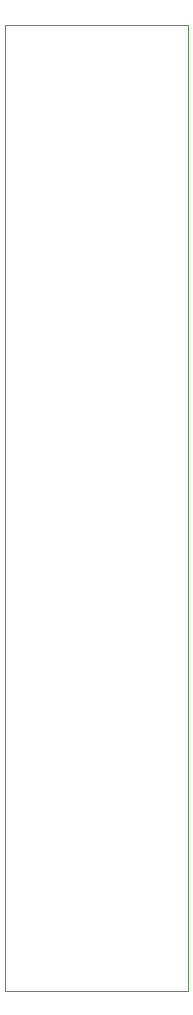
<source format=gbr>
%TF.GenerationSoftware,KiCad,Pcbnew,5.1.10*%
%TF.CreationDate,2021-05-28T15:40:48+02:00*%
%TF.ProjectId,ebaz_200to254,6562617a-5f32-4303-9074-6f3235342e6b,rev?*%
%TF.SameCoordinates,Original*%
%TF.FileFunction,Profile,NP*%
%FSLAX46Y46*%
G04 Gerber Fmt 4.6, Leading zero omitted, Abs format (unit mm)*
G04 Created by KiCad (PCBNEW 5.1.10) date 2021-05-28 15:40:48*
%MOMM*%
%LPD*%
G01*
G04 APERTURE LIST*
%TA.AperFunction,Profile*%
%ADD10C,0.050000*%
%TD*%
G04 APERTURE END LIST*
D10*
X176022000Y-141224000D02*
X176022000Y-59436000D01*
X176022000Y-141224000D02*
X160528000Y-141224000D01*
X160528000Y-59436000D02*
X160528000Y-141224000D01*
X176022000Y-59436000D02*
X160528000Y-59436000D01*
M02*

</source>
